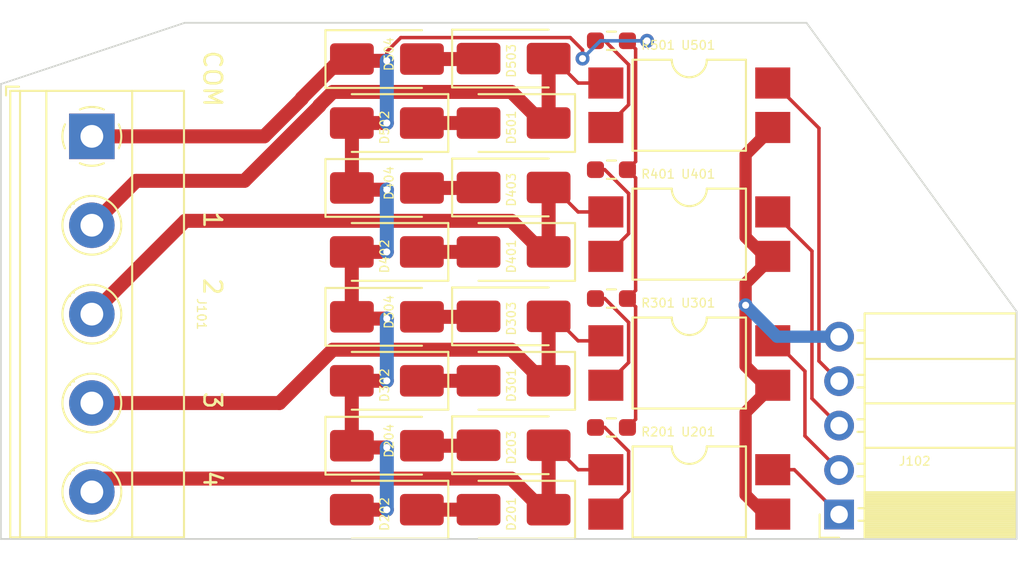
<source format=kicad_pcb>
(kicad_pcb (version 20221018) (generator pcbnew)
  (layers (0 "F.Cu" signal) (31 "B.Cu" signal) (34 "B.Paste" user) (35 "F.Paste" user) (36 "B.SilkS" user "B.Silkscreen") (37 "F.SilkS" user "F.Silkscreen") (38 "B.Mask" user) (39 "F.Mask" user) (44 "Edge.Cuts" user))
  (net 0 "")
  (net 1 "/CS1/CS")
  (net 2 "Net-(D201-A)")
  (net 3 "COM")
  (net 4 "Net-(D203-K)")
  (net 5 "/CS2/CS")
  (net 6 "Net-(D301-A)")
  (net 7 "Net-(D303-K)")
  (net 8 "/CS3/CS")
  (net 9 "Net-(D401-A)")
  (net 10 "Net-(D403-K)")
  (net 11 "/CS4/CS")
  (net 12 "Net-(D501-A)")
  (net 13 "Net-(D503-K)")
  (net 14 "GND")
  (net 15 "/CS4/TTL")
  (net 16 "/CS3/TTL")
  (net 17 "/CS2/TTL")
  (net 18 "/CS1/TTL")
  (net 19 "Net-(R201-Pad1)")
  (net 20 "Net-(R301-Pad1)")
  (net 21 "Net-(R401-Pad1)")
  (net 22 "Net-(R501-Pad1)")
  (footprint "Diode_SMD:D_SMA" (layer "F.Cu") (at 169.037 139.827 180)
    (fp_text reference "D202" (at 0.127 -0.254 90 unlocked) (layer "F.SilkS") (effects (font (size 0.5 0.5) (thickness 0.075))))
    (fp_text value "SS53")
    (fp_line (start -3.51 -1.65) (end -3.51 1.65) (stroke (width 0.12)) (layer "F.SilkS"))
    (fp_line (start -3.51 -1.65) (end 2 -1.65) (stroke (width 0.12)) (layer "F.SilkS"))
    (fp_line (start -3.51 1.65) (end 2 1.65) (stroke (width 0.12)) (layer "F.SilkS"))
    (pad "1" smd roundrect (at -2 0 180) (size 2.5 1.8) (layers "F.Cu" "F.Paste" "F.Mask") (roundrect_rratio 0.1388888889) (net 2 "Net-(D201-A)"))
    (pad "2" smd roundrect (at 2 0 180) (size 2.5 1.8) (layers "F.Cu" "F.Paste" "F.Mask") (roundrect_rratio 0.1388888889) (net 3 "COM"))
  )
  (footprint "Diode_SMD:D_SMA" (layer "F.Cu") (at 169.044 121.439)
    (fp_text reference "D404" (at 0.12 -0.281 90 unlocked) (layer "F.SilkS") (effects (font (size 0.5 0.5) (thickness 0.075))))
    (fp_text value "SS53")
    (fp_line (start -3.51 -1.65) (end -3.51 1.65) (stroke (width 0.12)) (layer "F.SilkS"))
    (fp_line (start -3.51 -1.65) (end 2 -1.65) (stroke (width 0.12)) (layer "F.SilkS"))
    (fp_line (start -3.51 1.65) (end 2 1.65) (stroke (width 0.12)) (layer "F.SilkS"))
    (pad "1" smd roundrect (at -2 0) (size 2.5 1.8) (layers "F.Cu" "F.Paste" "F.Mask") (roundrect_rratio 0.1388888889) (net 3 "COM"))
    (pad "2" smd roundrect (at 2 0) (size 2.5 1.8) (layers "F.Cu" "F.Paste" "F.Mask") (roundrect_rratio 0.1388888889) (net 10 "Net-(D403-K)"))
  )
  (footprint "custom_kicad_lib_sk:R_0603_smalltext" (layer "F.Cu") (at 181.864 135.128)
    (fp_text reference "R201" (at 2.667 0.254 unlocked) (layer "F.SilkS") (effects (font (size 0.5 0.5) (thickness 0.075))))
    (fp_text value "47R")
    (fp_line (start -0.254724 -0.5225) (end 0.254724 -0.5225) (stroke (width 0.12)) (layer "F.SilkS"))
    (fp_line (start -0.254724 0.5225) (end 0.254724 0.5225) (stroke (width 0.12)) (layer "F.SilkS"))
    (pad "1" smd roundrect (at -0.9125 0) (size 0.975 0.95) (layers "F.Cu" "F.Paste" "F.Mask") (net 19 "Net-(R201-Pad1)"))
    (pad "2" smd roundrect (at 0.9125 0) (size 0.975 0.95) (layers "F.Cu" "F.Paste" "F.Mask") (net 3 "COM"))
  )
  (footprint "Diode_SMD:D_SMA" (layer "F.Cu") (at 169.037 132.461 180)
    (fp_text reference "D302" (at 0.127 -0.254 90 unlocked) (layer "F.SilkS") (effects (font (size 0.5 0.5) (thickness 0.075))))
    (fp_text value "SS53")
    (fp_line (start -3.51 -1.65) (end -3.51 1.65) (stroke (width 0.12)) (layer "F.SilkS"))
    (fp_line (start -3.51 -1.65) (end 2 -1.65) (stroke (width 0.12)) (layer "F.SilkS"))
    (fp_line (start -3.51 1.65) (end 2 1.65) (stroke (width 0.12)) (layer "F.SilkS"))
    (pad "1" smd roundrect (at -2 0 180) (size 2.5 1.8) (layers "F.Cu" "F.Paste" "F.Mask") (roundrect_rratio 0.1388888889) (net 6 "Net-(D301-A)"))
    (pad "2" smd roundrect (at 2 0 180) (size 2.5 1.8) (layers "F.Cu" "F.Paste" "F.Mask") (roundrect_rratio 0.1388888889) (net 3 "COM"))
  )
  (footprint "custom_kicad_lib_sk:R_0603_smalltext" (layer "F.Cu") (at 181.864 127.762)
    (fp_text reference "R301" (at 2.667 0.254 unlocked) (layer "F.SilkS") (effects (font (size 0.5 0.5) (thickness 0.075))))
    (fp_text value "47R")
    (fp_line (start -0.254724 -0.5225) (end 0.254724 -0.5225) (stroke (width 0.12)) (layer "F.SilkS"))
    (fp_line (start -0.254724 0.5225) (end 0.254724 0.5225) (stroke (width 0.12)) (layer "F.SilkS"))
    (pad "1" smd roundrect (at -0.9125 0) (size 0.975 0.95) (layers "F.Cu" "F.Paste" "F.Mask") (net 20 "Net-(R301-Pad1)"))
    (pad "2" smd roundrect (at 0.9125 0) (size 0.975 0.95) (layers "F.Cu" "F.Paste" "F.Mask") (net 3 "COM"))
  )
  (footprint "Package_DIP:SMDIP-4_W9.53mm" (layer "F.Cu") (at 186.309 138.811)
    (fp_text reference "U201" (at 0.508 -3.429 unlocked) (layer "F.SilkS") (effects (font (size 0.5 0.5) (thickness 0.075))))
    (fp_text value "EL814")
    (fp_line (start -3.235 -2.6) (end -3.235 2.6) (stroke (width 0.12)) (layer "F.SilkS"))
    (fp_line (start -3.235 2.6) (end 3.235 2.6) (stroke (width 0.12)) (layer "F.SilkS"))
    (fp_line (start -1 -2.6) (end -3.235 -2.6) (stroke (width 0.12)) (layer "F.SilkS"))
    (fp_line (start 3.235 -2.6) (end 1 -2.6) (stroke (width 0.12)) (layer "F.SilkS"))
    (fp_line (start 3.235 2.6) (end 3.235 -2.6) (stroke (width 0.12)) (layer "F.SilkS"))
    (fp_arc (start 1 -2.6) (mid 0 -1.6) (end -1 -2.6) (stroke (width 0.12)) (layer "F.SilkS"))
    (pad "1" smd rect (at -4.765 -1.27) (size 2 1.78) (layers "F.Cu" "F.Paste" "F.Mask") (net 1 "/CS1/CS"))
    (pad "2" smd rect (at -4.765 1.27) (size 2 1.78) (layers "F.Cu" "F.Paste" "F.Mask") (net 19 "Net-(R201-Pad1)"))
    (pad "3" smd rect (at 4.765 1.27) (size 2 1.78) (layers "F.Cu" "F.Paste" "F.Mask") (net 14 "GND"))
    (pad "4" smd rect (at 4.765 -1.27) (size 2 1.78) (layers "F.Cu" "F.Paste" "F.Mask") (net 18 "/CS1/TTL"))
  )
  (footprint "Package_DIP:SMDIP-4_W9.53mm" (layer "F.Cu") (at 186.309 116.713)
    (fp_text reference "U501" (at 0.508 -3.429 unlocked) (layer "F.SilkS") (effects (font (size 0.5 0.5) (thickness 0.075))))
    (fp_text value "EL814")
    (fp_line (start -3.235 -2.6) (end -3.235 2.6) (stroke (width 0.12)) (layer "F.SilkS"))
    (fp_line (start -3.235 2.6) (end 3.235 2.6) (stroke (width 0.12)) (layer "F.SilkS"))
    (fp_line (start -1 -2.6) (end -3.235 -2.6) (stroke (width 0.12)) (layer "F.SilkS"))
    (fp_line (start 3.235 -2.6) (end 1 -2.6) (stroke (width 0.12)) (layer "F.SilkS"))
    (fp_line (start 3.235 2.6) (end 3.235 -2.6) (stroke (width 0.12)) (layer "F.SilkS"))
    (fp_arc (start 1 -2.6) (mid 0 -1.6) (end -1 -2.6) (stroke (width 0.12)) (layer "F.SilkS"))
    (pad "1" smd rect (at -4.765 -1.27) (size 2 1.78) (layers "F.Cu" "F.Paste" "F.Mask") (net 11 "/CS4/CS"))
    (pad "2" smd rect (at -4.765 1.27) (size 2 1.78) (layers "F.Cu" "F.Paste" "F.Mask") (net 22 "Net-(R501-Pad1)"))
    (pad "3" smd rect (at 4.765 1.27) (size 2 1.78) (layers "F.Cu" "F.Paste" "F.Mask") (net 14 "GND"))
    (pad "4" smd rect (at 4.765 -1.27) (size 2 1.78) (layers "F.Cu" "F.Paste" "F.Mask") (net 15 "/CS4/TTL"))
  )
  (footprint "MountingHole:MountingHole_3.2mm_M3" (layer "F.Cu") (at 161.5 129)
    (fp_text reference "REF**" hide)
    (fp_text value "MountingHole_3.2mm_M3")
    (pad "" np_thru_hole circle (at 0 0) (size 3.2 3.2) (drill 3.2) (layers "*.Cu" "*.Mask"))
  )
  (footprint "Diode_SMD:D_SMA" (layer "F.Cu") (at 176.276 139.827 180)
    (fp_text reference "D201" (at 0.127 -0.254 90 unlocked) (layer "F.SilkS") (effects (font (size 0.5 0.5) (thickness 0.075))))
    (fp_text value "SS53")
    (fp_line (start -3.51 -1.65) (end -3.51 1.65) (stroke (width 0.12)) (layer "F.SilkS"))
    (fp_line (start -3.51 -1.65) (end 2 -1.65) (stroke (width 0.12)) (layer "F.SilkS"))
    (fp_line (start -3.51 1.65) (end 2 1.65) (stroke (width 0.12)) (layer "F.SilkS"))
    (pad "1" smd roundrect (at -2 0 180) (size 2.5 1.8) (layers "F.Cu" "F.Paste" "F.Mask") (roundrect_rratio 0.1388888889) (net 1 "/CS1/CS"))
    (pad "2" smd roundrect (at 2 0 180) (size 2.5 1.8) (layers "F.Cu" "F.Paste" "F.Mask") (roundrect_rratio 0.1388888889) (net 2 "Net-(D201-A)"))
  )
  (footprint "Diode_SMD:D_SMA" (layer "F.Cu") (at 176.276 114.046)
    (fp_text reference "D503" (at -0.127 0.127 90 unlocked) (layer "F.SilkS") (effects (font (size 0.5 0.5) (thickness 0.075))))
    (fp_text value "SS53")
    (fp_line (start -3.51 -1.65) (end -3.51 1.65) (stroke (width 0.12)) (layer "F.SilkS"))
    (fp_line (start -3.51 -1.65) (end 2 -1.65) (stroke (width 0.12)) (layer "F.SilkS"))
    (fp_line (start -3.51 1.65) (end 2 1.65) (stroke (width 0.12)) (layer "F.SilkS"))
    (pad "1" smd roundrect (at -2 0) (size 2.5 1.8) (layers "F.Cu" "F.Paste" "F.Mask") (roundrect_rratio 0.1388888889) (net 13 "Net-(D503-K)"))
    (pad "2" smd roundrect (at 2 0) (size 2.5 1.8) (layers "F.Cu" "F.Paste" "F.Mask") (roundrect_rratio 0.1388888889) (net 11 "/CS4/CS"))
  )
  (footprint "Diode_SMD:D_SMA" (layer "F.Cu") (at 169.037 125.095 180)
    (fp_text reference "D402" (at 0.127 -0.254 90 unlocked) (layer "F.SilkS") (effects (font (size 0.5 0.5) (thickness 0.075))))
    (fp_text value "SS53")
    (fp_line (start -3.51 -1.65) (end -3.51 1.65) (stroke (width 0.12)) (layer "F.SilkS"))
    (fp_line (start -3.51 -1.65) (end 2 -1.65) (stroke (width 0.12)) (layer "F.SilkS"))
    (fp_line (start -3.51 1.65) (end 2 1.65) (stroke (width 0.12)) (layer "F.SilkS"))
    (pad "1" smd roundrect (at -2 0 180) (size 2.5 1.8) (layers "F.Cu" "F.Paste" "F.Mask") (roundrect_rratio 0.1388888889) (net 9 "Net-(D401-A)"))
    (pad "2" smd roundrect (at 2 0 180) (size 2.5 1.8) (layers "F.Cu" "F.Paste" "F.Mask") (roundrect_rratio 0.1388888889) (net 3 "COM"))
  )
  (footprint "custom_kicad_lib_sk:R_0603_smalltext" (layer "F.Cu") (at 181.864 120.396)
    (fp_text reference "R401" (at 2.667 0.254 unlocked) (layer "F.SilkS") (effects (font (size 0.5 0.5) (thickness 0.075))))
    (fp_text value "47R")
    (fp_line (start -0.254724 -0.5225) (end 0.254724 -0.5225) (stroke (width 0.12)) (layer "F.SilkS"))
    (fp_line (start -0.254724 0.5225) (end 0.254724 0.5225) (stroke (width 0.12)) (layer "F.SilkS"))
    (pad "1" smd roundrect (at -0.9125 0) (size 0.975 0.95) (layers "F.Cu" "F.Paste" "F.Mask") (net 21 "Net-(R401-Pad1)"))
    (pad "2" smd roundrect (at 0.9125 0) (size 0.975 0.95) (layers "F.Cu" "F.Paste" "F.Mask") (net 3 "COM"))
  )
  (footprint "TerminalBlock_Phoenix:TerminalBlock_Phoenix_MKDS-1,5-5-5.08_1x05_P5.08mm_Horizontal" (layer "F.Cu") (at 152.195 118.491 -90)
    (fp_text reference "J101" (at 10.16 -6.26 -90 unlocked) (layer "F.SilkS") (effects (font (size 0.5 0.5) (thickness 0.075))))
    (fp_text value "Screw_Terminal_01x05")
    (fp_line (start -2.84 4.16) (end -2.84 4.9) (stroke (width 0.12)) (layer "F.SilkS"))
    (fp_line (start -2.84 4.9) (end -2.34 4.9) (stroke (width 0.12)) (layer "F.SilkS"))
    (fp_line (start -2.6 -5.261) (end -2.6 4.66) (stroke (width 0.12)) (layer "F.SilkS"))
    (fp_line (start -2.6 -5.261) (end 22.92 -5.261) (stroke (width 0.12)) (layer "F.SilkS"))
    (fp_line (start -2.6 -2.301) (end 22.92 -2.301) (stroke (width 0.12)) (layer "F.SilkS"))
    (fp_line (start -2.6 2.6) (end 22.92 2.6) (stroke (width 0.12)) (layer "F.SilkS"))
    (fp_line (start -2.6 4.1) (end 22.92 4.1) (stroke (width 0.12)) (layer "F.SilkS"))
    (fp_line (start -2.6 4.66) (end 22.92 4.66) (stroke (width 0.12)) (layer "F.SilkS"))
    (fp_line (start 3.853 1.023) (end 3.806 1.069) (stroke (width 0.12)) (layer "F.SilkS"))
    (fp_line (start 4.046 1.239) (end 4.011 1.274) (stroke (width 0.12)) (layer "F.SilkS"))
    (fp_line (start 6.15 -1.275) (end 6.115 -1.239) (stroke (width 0.12)) (layer "F.SilkS"))
    (fp_line (start 6.355 -1.069) (end 6.308 -1.023) (stroke (width 0.12)) (layer "F.SilkS"))
    (fp_line (start 8.933 1.023) (end 8.886 1.069) (stroke (width 0.12)) (layer "F.SilkS"))
    (fp_line (start 9.126 1.239) (end 9.091 1.274) (stroke (width 0.12)) (layer "F.SilkS"))
    (fp_line (start 11.23 -1.275) (end 11.195 -1.239) (stroke (width 0.12)) (layer "F.SilkS"))
    (fp_line (start 11.435 -1.069) (end 11.388 -1.023) (stroke (width 0.12)) (layer "F.SilkS"))
    (fp_line (start 14.013 1.023) (end 13.966 1.069) (stroke (width 0.12)) (layer "F.SilkS"))
    (fp_line (start 14.206 1.239) (end 14.171 1.274) (stroke (width 0.12)) (layer "F.SilkS"))
    (fp_line (start 16.31 -1.275) (end 16.275 -1.239) (stroke (width 0.12)) (layer "F.SilkS"))
    (fp_line (start 16.515 -1.069) (end 16.468 -1.023) (stroke (width 0.12)) (layer "F.SilkS"))
    (fp_line (start 19.093 1.023) (end 19.046 1.069) (stroke (width 0.12)) (layer "F.SilkS"))
    (fp_line (start 19.286 1.239) (end 19.251 1.274) (stroke (width 0.12)) (layer "F.SilkS"))
    (fp_line (start 21.39 -1.275) (end 21.355 -1.239) (stroke (width 0.12)) (layer "F.SilkS"))
    (fp_line (start 21.595 -1.069) (end 21.548 -1.023) (stroke (width 0.12)) (layer "F.SilkS"))
    (fp_line (start 22.92 -5.261) (end 22.92 4.66) (stroke (width 0.12)) (layer "F.SilkS"))
    (fp_arc (start -1.535427 0.683042) (mid -1.680501 -0.000524) (end -1.535 -0.684) (stroke (width 0.12)) (layer "F.SilkS"))
    (fp_arc (start -0.683042 -1.535427) (mid 0.000524 -1.680501) (end 0.684 -1.535) (stroke (width 0.12)) (layer "F.SilkS"))
    (fp_arc (start 0.028805 1.680253) (mid -0.335551 1.646659) (end -0.684 1.535) (stroke (width 0.12)) (layer "F.SilkS"))
    (fp_arc (start 0.683318 1.534756) (mid 0.349292 1.643288) (end 0 1.68) (stroke (width 0.12)) (layer "F.SilkS"))
    (fp_arc (start 1.535427 -0.683042) (mid 1.680501 0.000524) (end 1.535 0.684) (stroke (width 0.12)) (layer "F.SilkS"))
    (fp_circle (center 5.08 0) (end 6.76 0) (stroke (width 0.12)) (fill none) (layer "F.SilkS"))
    (fp_circle (center 10.16 0) (end 11.84 0) (stroke (width 0.12)) (fill none) (layer "F.SilkS"))
    (fp_circle (center 15.24 0) (end 16.92 0) (stroke (width 0.12)) (fill none) (layer "F.SilkS"))
    (fp_circle (center 20.32 0) (end 22 0) (stroke (width 0.12)) (fill none) (layer "F.SilkS"))
    (pad "1" thru_hole rect (at 0 0 270) (size 2.6 2.6) (drill 1.3) (layers "*.Cu" "*.Mask") (net 3 "COM"))
    (pad "2" thru_hole circle (at 5.08 0 270) (size 2.6 2.6) (drill 1.3) (layers "*.Cu" "*.Mask") (net 11 "/CS4/CS"))
    (pad "3" thru_hole circle (at 10.16 0 270) (size 2.6 2.6) (drill 1.3) (layers "*.Cu" "*.Mask") (net 8 "/CS3/CS"))
    (pad "4" thru_hole circle (at 15.24 0 270) (size 2.6 2.6) (drill 1.3) (layers "*.Cu" "*.Mask") (net 5 "/CS2/CS"))
    (pad "5" thru_hole circle (at 20.32 0 270) (size 2.6 2.6) (drill 1.3) (layers "*.Cu" "*.Mask") (net 1 "/CS1/CS"))
  )
  (footprint "Diode_SMD:D_SMA" (layer "F.Cu") (at 176.276 125.095 180)
    (fp_text reference "D401" (at 0.127 -0.254 90 unlocked) (layer "F.SilkS") (effects (font (size 0.5 0.5) (thickness 0.075))))
    (fp_text value "SS53")
    (fp_line (start -3.51 -1.65) (end -3.51 1.65) (stroke (width 0.12)) (layer "F.SilkS"))
    (fp_line (start -3.51 -1.65) (end 2 -1.65) (stroke (width 0.12)) (layer "F.SilkS"))
    (fp_line (start -3.51 1.65) (end 2 1.65) (stroke (width 0.12)) (layer "F.SilkS"))
    (pad "1" smd roundrect (at -2 0 180) (size 2.5 1.8) (layers "F.Cu" "F.Paste" "F.Mask") (roundrect_rratio 0.1388888889) (net 8 "/CS3/CS"))
    (pad "2" smd roundrect (at 2 0 180) (size 2.5 1.8) (layers "F.Cu" "F.Paste" "F.Mask") (roundrect_rratio 0.1388888889) (net 9 "Net-(D401-A)"))
  )
  (footprint "Diode_SMD:D_SMA" (layer "F.Cu") (at 169.044 114.073)
    (fp_text reference "D504" (at 0.12 -0.281 90 unlocked) (layer "F.SilkS") (effects (font (size 0.5 0.5) (thickness 0.075))))
    (fp_text value "SS53")
    (fp_line (start -3.51 -1.65) (end -3.51 1.65) (stroke (width 0.12)) (layer "F.SilkS"))
    (fp_line (start -3.51 -1.65) (end 2 -1.65) (stroke (width 0.12)) (layer "F.SilkS"))
    (fp_line (start -3.51 1.65) (end 2 1.65) (stroke (width 0.12)) (layer "F.SilkS"))
    (pad "1" smd roundrect (at -2 0) (size 2.5 1.8) (layers "F.Cu" "F.Paste" "F.Mask") (roundrect_rratio 0.1388888889) (net 3 "COM"))
    (pad "2" smd roundrect (at 2 0) (size 2.5 1.8) (layers "F.Cu" "F.Paste" "F.Mask") (roundrect_rratio 0.1388888889) (net 13 "Net-(D503-K)"))
  )
  (footprint "Diode_SMD:D_SMA" (layer "F.Cu") (at 169.044 128.805)
    (fp_text reference "D304" (at 0.12 -0.281 90 unlocked) (layer "F.SilkS") (effects (font (size 0.5 0.5) (thickness 0.075))))
    (fp_text value "SS53")
    (fp_line (start -3.51 -1.65) (end -3.51 1.65) (stroke (width 0.12)) (layer "F.SilkS"))
    (fp_line (start -3.51 -1.65) (end 2 -1.65) (stroke (width 0.12)) (layer "F.SilkS"))
    (fp_line (start -3.51 1.65) (end 2 1.65) (stroke (width 0.12)) (layer "F.SilkS"))
    (pad "1" smd roundrect (at -2 0) (size 2.5 1.8) (layers "F.Cu" "F.Paste" "F.Mask") (roundrect_rratio 0.1388888889) (net 3 "COM"))
    (pad "2" smd roundrect (at 2 0) (size 2.5 1.8) (layers "F.Cu" "F.Paste" "F.Mask") (roundrect_rratio 0.1388888889) (net 7 "Net-(D303-K)"))
  )
  (footprint "Diode_SMD:D_SMA" (layer "F.Cu") (at 176.276 136.144)
    (fp_text reference "D203" (at -0.127 0.127 90 unlocked) (layer "F.SilkS") (effects (font (size 0.5 0.5) (thickness 0.075))))
    (fp_text value "SS53")
    (fp_line (start -3.51 -1.65) (end -3.51 1.65) (stroke (width 0.12)) (layer "F.SilkS"))
    (fp_line (start -3.51 -1.65) (end 2 -1.65) (stroke (width 0.12)) (layer "F.SilkS"))
    (fp_line (start -3.51 1.65) (end 2 1.65) (stroke (width 0.12)) (layer "F.SilkS"))
    (pad "1" smd roundrect (at -2 0) (size 2.5 1.8) (layers "F.Cu" "F.Paste" "F.Mask") (roundrect_rratio 0.1388888889) (net 4 "Net-(D203-K)"))
    (pad "2" smd roundrect (at 2 0) (size 2.5 1.8) (layers "F.Cu" "F.Paste" "F.Mask") (roundrect_rratio 0.1388888889) (net 1 "/CS1/CS"))
  )
  (footprint "Package_DIP:SMDIP-4_W9.53mm" (layer "F.Cu") (at 186.309 131.445)
    (fp_text reference "U301" (at 0.508 -3.429 unlocked) (layer "F.SilkS") (effects (font (size 0.5 0.5) (thickness 0.075))))
    (fp_text value "EL814")
    (fp_line (start -3.235 -2.6) (end -3.235 2.6) (stroke (width 0.12)) (layer "F.SilkS"))
    (fp_line (start -3.235 2.6) (end 3.235 2.6) (stroke (width 0.12)) (layer "F.SilkS"))
    (fp_line (start -1 -2.6) (end -3.235 -2.6) (stroke (width 0.12)) (layer "F.SilkS"))
    (fp_line (start 3.235 -2.6) (end 1 -2.6) (stroke (width 0.12)) (layer "F.SilkS"))
    (fp_line (start 3.235 2.6) (end 3.235 -2.6) (stroke (width 0.12)) (layer "F.SilkS"))
    (fp_arc (start 1 -2.6) (mid 0 -1.6) (end -1 -2.6) (stroke (width 0.12)) (layer "F.SilkS"))
    (pad "1" smd rect (at -4.765 -1.27) (size 2 1.78) (layers "F.Cu" "F.Paste" "F.Mask") (net 5 "/CS2/CS"))
    (pad "2" smd rect (at -4.765 1.27) (size 2 1.78) (layers "F.Cu" "F.Paste" "F.Mask") (net 20 "Net-(R301-Pad1)"))
    (pad "3" smd rect (at 4.765 1.27) (size 2 1.78) (layers "F.Cu" "F.Paste" "F.Mask") (net 14 "GND"))
    (pad "4" smd rect (at 4.765 -1.27) (size 2 1.78) (layers "F.Cu" "F.Paste" "F.Mask") (net 17 "/CS2/TTL"))
  )
  (footprint "Diode_SMD:D_SMA" (layer "F.Cu") (at 169.044 136.171)
    (fp_text reference "D204" (at 0.12 -0.281 90 unlocked) (layer "F.SilkS") (effects (font (size 0.5 0.5) (thickness 0.075))))
    (fp_text value "SS53")
    (fp_line (start -3.51 -1.65) (end -3.51 1.65) (stroke (width 0.12)) (layer "F.SilkS"))
    (fp_line (start -3.51 -1.65) (end 2 -1.65) (stroke (width 0.12)) (layer "F.SilkS"))
    (fp_line (start -3.51 1.65) (end 2 1.65) (stroke (width 0.12)) (layer "F.SilkS"))
    (pad "1" smd roundrect (at -2 0) (size 2.5 1.8) (layers "F.Cu" "F.Paste" "F.Mask") (roundrect_rratio 0.1388888889) (net 3 "COM"))
    (pad "2" smd roundrect (at 2 0) (size 2.5 1.8) (layers "F.Cu" "F.Paste" "F.Mask") (roundrect_rratio 0.1388888889) (net 4 "Net-(D203-K)"))
  )
  (footprint "Connector_PinSocket_2.54mm:PinSocket_1x05_P2.54mm_Horizontal" (layer "F.Cu") (at 194.863 140.101 180)
    (fp_text reference "J102" (at -4.318 3.048 unlocked) (layer "F.SilkS") (effects (font (size 0.5 0.5) (thickness 0.075))))
    (fp_text value "Conn_01x05_Socket")
    (fp_line (start -10.09 -1.33) (end -10.09 11.49) (stroke (width 0.12)) (layer "F.SilkS"))
    (fp_line (start -10.09 -1.33) (end -1.46 -1.33) (stroke (width 0.12)) (layer "F.SilkS"))
    (fp_line (start -10.09 -1.21) (end -1.46 -1.21) (stroke (width 0.12)) (layer "F.SilkS"))
    (fp_line (start -10.09 -1.091905) (end -1.46 -1.091905) (stroke (width 0.12)) (layer "F.SilkS"))
    (fp_line (start -10.09 -0.97381) (end -1.46 -0.97381) (stroke (width 0.12)) (layer "F.SilkS"))
    (fp_line (start -10.09 -0.855715) (end -1.46 -0.855715) (stroke (width 0.12)) (layer "F.SilkS"))
    (fp_line (start -10.09 -0.73762) (end -1.46 -0.73762) (stroke (width 0.12)) (layer "F.SilkS"))
    (fp_line (start -10.09 -0.619525) (end -1.46 -0.619525) (stroke (width 0.12)) (layer "F.SilkS"))
    (fp_line (start -10.09 -0.50143) (end -1.46 -0.50143) (stroke (width 0.12)) (layer "F.SilkS"))
    (fp_line (start -10.09 -0.383335) (end -1.46 -0.383335) (stroke (width 0.12)) (layer "F.SilkS"))
    (fp_line (start -10.09 -0.26524) (end -1.46 -0.26524) (stroke (width 0.12)) (layer "F.SilkS"))
    (fp_line (start -10.09 -0.147145) (end -1.46 -0.147145) (stroke (width 0.12)) (layer "F.SilkS"))
    (fp_line (start -10.09 -0.02905) (end -1.46 -0.02905) (stroke (width 0.12)) (layer "F.SilkS"))
    (fp_line (start -10.09 0.089045) (end -1.46 0.089045) (stroke (width 0.12)) (layer "F.SilkS"))
    (fp_line (start -10.09 0.20714) (end -1.46 0.20714) (stroke (width 0.12)) (layer "F.SilkS"))
    (fp_line (start -10.09 0.325235) (end -1.46 0.325235) (stroke (width 0.12)) (layer "F.SilkS"))
    (fp_line (start -10.09 0.44333) (end -1.46 0.44333) (stroke (width 0.12)) (layer "F.SilkS"))
    (fp_line (start -10.09 0.561425) (end -1.46 0.561425) (stroke (width 0.12)) (layer "F.SilkS"))
    (fp_line (start -10.09 0.67952) (end -1.46 0.67952) (stroke (width 0.12)) (layer "F.SilkS"))
    (fp_line (start -10.09 0.797615) (end -1.46 0.797615) (stroke (width 0.12)) (layer "F.SilkS"))
    (fp_line (start -10.09 0.91571) (end -1.46 0.91571) (stroke (width 0.12)) (layer "F.SilkS"))
    (fp_line (start -10.09 1.033805) (end -1.46 1.033805) (stroke (width 0.12)) (layer "F.SilkS"))
    (fp_line (start -10.09 1.1519) (end -1.46 1.1519) (stroke (width 0.12)) (layer "F.SilkS"))
    (fp_line (start -10.09 1.27) (end -1.46 1.27) (stroke (width 0.12)) (layer "F.SilkS"))
    (fp_line (start -10.09 3.81) (end -1.46 3.81) (stroke (width 0.12)) (layer "F.SilkS"))
    (fp_line (start -10.09 6.35) (end -1.46 6.35) (stroke (width 0.12)) (layer "F.SilkS"))
    (fp_line (start -10.09 8.89) (end -1.46 8.89) (stroke (width 0.12)) (layer "F.SilkS"))
    (fp_line (start -10.09 11.49) (end -1.46 11.49) (stroke (width 0.12)) (layer "F.SilkS"))
    (fp_line (start -1.46 -1.33) (end -1.46 11.49) (stroke (width 0.12)) (layer "F.SilkS"))
    (fp_line (start -1.46 -0.36) (end -1.11 -0.36) (stroke (width 0.12)) (layer "F.SilkS"))
    (fp_line (start -1.46 0.36) (end -1.11 0.36) (stroke (width 0.12)) (layer "F.SilkS"))
    (fp_line (start -1.46 2.18) (end -1.05 2.18) (stroke (width 0.12)) (layer "F.SilkS"))
    (fp_line (start -1.46 2.9) (end -1.05 2.9) (stroke (width 0.12)) (layer "F.SilkS"))
    (fp_line (start -1.46 4.72) (end -1.05 4.72) (stroke (width 0.12)) (layer "F.SilkS"))
    (fp_line (start -1.46 5.44) (end -1.05 5.44) (stroke (width 0.12)) (layer "F.SilkS"))
    (fp_line (start -1.46 7.26) (end -1.05 7.26) (stroke (width 0.12)) (layer "F.SilkS"))
    (fp_line (start -1.46 7.98) (end -1.05 7.98) (stroke (width 0.12)) (layer "F.SilkS"))
    (fp_line (start -1.46 9.8) (end -1.05 9.8) (stroke (width 0.12)) (layer "F.SilkS"))
    (fp_line (start -1.46 10.52) (end -1.05 10.52) (stroke (width 0.12)) (layer "F.SilkS"))
    (fp_line (start 0 -1.33) (end 1.11 -1.33) (stroke (width 0.12)) (layer "F.SilkS"))
    (fp_line (start 1.11 -1.33) (end 1.11 0) (stroke (width 0.12)) (layer "F.SilkS"))
    (pad "1" thru_hole rect (at 0 0 180) (size 1.7 1.7) (drill 1) (layers "*.Cu" "*.Mask") (net 18 "/CS1/TTL"))
    (pad "2" thru_hole oval (at 0 2.54 180) (size 1.7 1.7) (drill 1) (layers "*.Cu" "*.Mask") (net 17 "/CS2/TTL"))
    (pad "3" thru_hole oval (at 0 5.08 180) (size 1.7 1.7) (drill 1) (layers "*.Cu" "*.Mask") (net 16 "/CS3/TTL"))
    (pad "4" thru_hole oval (at 0 7.62 180) (size 1.7 1.7) (drill 1) (layers "*.Cu" "*.Mask") (net 15 "/CS4/TTL"))
    (pad "5" thru_hole oval (at 0 10.16 180) (size 1.7 1.7) (drill 1) (layers "*.Cu" "*.Mask") (net 14 "GND"))
  )
  (footprint "Package_DIP:SMDIP-4_W9.53mm" (layer "F.Cu") (at 186.309 124.079)
    (fp_text reference "U401" (at 0.508 -3.429 unlocked) (layer "F.SilkS") (effects (font (size 0.5 0.5) (thickness 0.075))))
    (fp_text value "EL814")
    (fp_line (start -3.235 -2.6) (end -3.235 2.6) (stroke (width 0.12)) (layer "F.SilkS"))
    (fp_line (start -3.235 2.6) (end 3.235 2.6) (stroke (width 0.12)) (layer "F.SilkS"))
    (fp_line (start -1 -2.6) (end -3.235 -2.6) (stroke (width 0.12)) (layer "F.SilkS"))
    (fp_line (start 3.235 -2.6) (end 1 -2.6) (stroke (width 0.12)) (layer "F.SilkS"))
    (fp_line (start 3.235 2.6) (end 3.235 -2.6) (stroke (width 0.12)) (layer "F.SilkS"))
    (fp_arc (start 1 -2.6) (mid 0 -1.6) (end -1 -2.6) (stroke (width 0.12)) (layer "F.SilkS"))
    (pad "1" smd rect (at -4.765 -1.27) (size 2 1.78) (layers "F.Cu" "F.Paste" "F.Mask") (net 8 "/CS3/CS"))
    (pad "2" smd rect (at -4.765 1.27) (size 2 1.78) (layers "F.Cu" "F.Paste" "F.Mask") (net 21 "Net-(R401-Pad1)"))
    (pad "3" smd rect (at 4.765 1.27) (size 2 1.78) (layers "F.Cu" "F.Paste" "F.Mask") (net 14 "GND"))
    (pad "4" smd rect (at 4.765 -1.27) (size 2 1.78) (layers "F.Cu" "F.Paste" "F.Mask") (net 16 "/CS3/TTL"))
  )
  (footprint "Diode_SMD:D_SMA" (layer "F.Cu") (at 176.276 121.412)
    (fp_text reference "D403" (at -0.127 0.127 90 unlocked) (layer "F.SilkS") (effects (font (size 0.5 0.5) (thickness 0.075))))
    (fp_text value "SS53")
    (fp_line (start -3.51 -1.65) (end -3.51 1.65) (stroke (width 0.12)) (layer "F.SilkS"))
    (fp_line (start -3.51 -1.65) (end 2 -1.65) (stroke (width 0.12)) (layer "F.SilkS"))
    (fp_line (start -3.51 1.65) (end 2 1.65) (stroke (width 0.12)) (layer "F.SilkS"))
    (pad "1" smd roundrect (at -2 0) (size 2.5 1.8) (layers "F.Cu" "F.Paste" "F.Mask") (roundrect_rratio 0.1388888889) (net 10 "Net-(D403-K)"))
    (pad "2" smd roundrect (at 2 0) (size 2.5 1.8) (layers "F.Cu" "F.Paste" "F.Mask") (roundrect_rratio 0.1388888889) (net 8 "/CS3/CS"))
  )
  (footprint "Diode_SMD:D_SMA" (layer "F.Cu") (at 169.037 117.729 180)
    (fp_text reference "D502" (at 0.127 -0.254 90 unlocked) (layer "F.SilkS") (effects (font (size 0.5 0.5) (thickness 0.075))))
    (fp_text value "SS53")
    (fp_line (start -3.51 -1.65) (end -3.51 1.65) (stroke (width 0.12)) (layer "F.SilkS"))
    (fp_line (start -3.51 -1.65) (end 2 -1.65) (stroke (width 0.12)) (layer "F.SilkS"))
    (fp_line (start -3.51 1.65) (end 2 1.65) (stroke (width 0.12)) (layer "F.SilkS"))
    (pad "1" smd roundrect (at -2 0 180) (size 2.5 1.8) (layers "F.Cu" "F.Paste" "F.Mask") (roundrect_rratio 0.1388888889) (net 12 "Net-(D501-A)"))
    (pad "2" smd roundrect (at 2 0 180) (size 2.5 1.8) (layers "F.Cu" "F.Paste" "F.Mask") (roundrect_rratio 0.1388888889) (net 3 "COM"))
  )
  (footprint "Diode_SMD:D_SMA" (layer "F.Cu") (at 176.276 128.778)
    (fp_text reference "D303" (at -0.127 0.127 90 unlocked) (layer "F.SilkS") (effects (font (size 0.5 0.5) (thickness 0.075))))
    (fp_text value "SS53")
    (fp_line (start -3.51 -1.65) (end -3.51 1.65) (stroke (width 0.12)) (layer "F.SilkS"))
    (fp_line (start -3.51 -1.65) (end 2 -1.65) (stroke (width 0.12)) (layer "F.SilkS"))
    (fp_line (start -3.51 1.65) (end 2 1.65) (stroke (width 0.12)) (layer "F.SilkS"))
    (pad "1" smd roundrect (at -2 0) (size 2.5 1.8) (layers "F.Cu" "F.Paste" "F.Mask") (roundrect_rratio 0.1388888889) (net 7 "Net-(D303-K)"))
    (pad "2" smd roundrect (at 2 0) (size 2.5 1.8) (layers "F.Cu" "F.Paste" "F.Mask") (roundrect_rratio 0.1388888889) (net 5 "/CS2/CS"))
  )
  (footprint "Diode_SMD:D_SMA" (layer "F.Cu") (at 176.276 117.729 180)
    (fp_text reference "D501" (at 0.127 -0.254 90 unlocked) (layer "F.SilkS") (effects (font (size 0.5 0.5) (thickness 0.075))))
    (fp_text value "SS53")
    (fp_line (start -3.51 -1.65) (end -3.51 1.65) (stroke (width 0.12)) (layer "F.SilkS"))
    (fp_line (start -3.51 -1.65) (end 2 -1.65) (stroke (width 0.12)) (layer "F.SilkS"))
    (fp_line (start -3.51 1.65) (end 2 1.65) (stroke (width 0.12)) (layer "F.SilkS"))
    (pad "1" smd roundrect (at -2 0 180) (size 2.5 1.8) (layers "F.Cu" "F.Paste" "F.Mask") (roundrect_rratio 0.1388888889) (net 11 "/CS4/CS"))
    (pad "2" smd roundrect (at 2 0 180) (size 2.5 1.8) (layers "F.Cu" "F.Paste" "F.Mask") (roundrect_rratio 0.1388888889) (net 12 "Net-(D501-A)"))
  )
  (footprint "Diode_SMD:D_SMA" (layer "F.Cu") (at 176.276 132.461 180)
    (fp_text reference "D301" (at 0.127 -0.254 90 unlocked) (layer "F.SilkS") (effects (font (size 0.5 0.5) (thickness 0.075))))
    (fp_text value "SS53")
    (fp_line (start -3.51 -1.65) (end -3.51 1.65) (stroke (width 0.12)) (layer "F.SilkS"))
    (fp_line (start -3.51 -1.65) (end 2 -1.65) (stroke (width 0.12)) (layer "F.SilkS"))
    (fp_line (start -3.51 1.65) (end 2 1.65) (stroke (width 0.12)) (layer "F.SilkS"))
    (pad "1" smd roundrect (at -2 0 180) (size 2.5 1.8) (layers "F.Cu" "F.Paste" "F.Mask") (roundrect_rratio 0.1388888889) (net 5 "/CS2/CS"))
    (pad "2" smd roundrect (at 2 0 180) (size 2.5 1.8) (layers "F.Cu" "F.Paste" "F.Mask") (roundrect_rratio 0.1388888889) (net 6 "Net-(D301-A)"))
  )
  (footprint "custom_kicad_lib_sk:R_0603_smalltext" (layer "F.Cu") (at 181.864 113.03)
    (fp_text reference "R501" (at 2.667 0.254 unlocked) (layer "F.SilkS") (effects (font (size 0.5 0.5) (thickness 0.075))))
    (fp_text value "47R")
    (fp_line (start -0.254724 -0.5225) (end 0.254724 -0.5225) (stroke (width 0.12)) (layer "F.SilkS"))
    (fp_line (start -0.254724 0.5225) (end 0.254724 0.5225) (stroke (width 0.12)) (layer "F.SilkS"))
    (pad "1" smd roundrect (at -0.9125 0) (size 0.975 0.95) (layers "F.Cu" "F.Paste" "F.Mask") (net 22 "Net-(R501-Pad1)"))
    (pad "2" smd roundrect (at 0.9125 0) (size 0.975 0.95) (layers "F.Cu" "F.Paste" "F.Mask") (net 3 "COM"))
  )
  (gr_line (start 205 141.5) (end 147 141.5) (stroke (width 0.1)) (layer "Edge.Cuts"))
  (gr_line (start 157.5 112) (end 147 115.5) (stroke (width 0.1)) (layer "Edge.Cuts"))
  (gr_line (start 147 141.5) (end 147 115.5) (stroke (width 0.1)) (layer "Edge.Cuts"))
  (gr_line (start 205 128.5) (end 205 141.5) (stroke (width 0.1)) (layer "Edge.Cuts"))
  (gr_line (start 193 112) (end 157.5 112) (stroke (width 0.1)) (layer "Edge.Cuts"))
  (gr_line (start 205 128.5) (end 193 112) (stroke (width 0.1)) (layer "Edge.Cuts"))
  (gr_text "1" (at 158.5 122.680792 270) (layer "F.SilkS") (effects (font (size 1 1)) (justify left bottom)))
  (gr_text "COM" (at 158.5 113.5 -90) (layer "F.SilkS") (effects (font (size 1 1)) (justify left bottom)))
  (gr_text "2" (at 158.5 126.5 270) (layer "F.SilkS") (effects (font (size 1 1)) (justify left bottom)))
  (gr_text "3" (at 158.5 133 270) (layer "F.SilkS") (effects (font (size 1 1)) (justify left bottom)))
  (gr_text "4" (at 158.5 137.5 270) (layer "F.SilkS") (effects (font (size 1 1)) (justify left bottom)))
  (segment (start 178.562 136.144) (end 179.959 137.541) (width 0.2) (layer "F.Cu") (net 1))
  (segment (start 179.959 137.541) (end 181.544 137.541) (width 0.2) (layer "F.Cu") (net 1))
  (segment (start 152.957 138.049) (end 152.195 138.811) (width 0.8) (layer "F.Cu") (net 1))
  (segment (start 176.149 138.049) (end 152.957 138.049) (width 0.8) (layer "F.Cu") (net 1))
  (segment (start 178.276 139.827) (end 178.276 136.144) (width 0.8) (layer "F.Cu") (net 1))
  (segment (start 177.927 139.827) (end 176.149 138.049) (width 0.8) (layer "F.Cu") (net 1))
  (segment (start 178.276 136.144) (end 178.562 136.144) (width 0.2) (layer "F.Cu") (net 1))
  (segment (start 178.276 139.827) (end 177.927 139.827) (width 0.8) (layer "F.Cu") (net 1))
  (segment (start 171.037 139.827) (end 174.276 139.827) (width 0.8) (layer "F.Cu") (net 2))
  (segment (start 167.037 136.164) (end 167.044 136.171) (width 0.8) (layer "F.Cu") (net 3))
  (segment (start 162.034786 118.491) (end 152.195 118.491) (width 0.8) (layer "F.Cu") (net 3))
  (segment (start 164.186999 116.338787) (end 162.034786 118.491) (width 0.8) (layer "F.Cu") (net 3))
  (segment (start 167.037 132.461) (end 169.037 132.461) (width 0.8) (layer "F.Cu") (net 3))
  (segment (start 167.044 117.736) (end 167.037 117.729) (width 0.8) (layer "F.Cu") (net 3))
  (segment (start 180.213 113.548256) (end 179.510744 112.846) (width 0.2) (layer "F.Cu") (net 3))
  (segment (start 183.244 127.2945) (end 183.244 120.8635) (width 0.2) (layer "F.Cu") (net 3))
  (segment (start 182.7765 120.396) (end 183.244 119.9285) (width 0.2) (layer "F.Cu") (net 3))
  (segment (start 167.044 114.073) (end 166.419776 114.073) (width 0.8) (layer "F.Cu") (net 3))
  (segment (start 167.037 125.095) (end 169.037 125.095) (width 0.8) (layer "F.Cu") (net 3))
  (segment (start 167.144 114.173) (end 167.044 114.073) (width 0.8) (layer "F.Cu") (net 3))
  (segment (start 183.244 119.9285) (end 183.244 113.4975) (width 0.2) (layer "F.Cu") (net 3))
  (segment (start 167.044 121.439) (end 167.044 117.736) (width 0.8) (layer "F.Cu") (net 3))
  (segment (start 169.037 128.905) (end 167.144 128.905) (width 0.8) (layer "F.Cu") (net 3))
  (segment (start 169.037 136.271) (end 167.144 136.271) (width 0.8) (layer "F.Cu") (net 3))
  (segment (start 180.213 114.046) (end 180.213 113.548256) (width 0.2) (layer "F.Cu") (net 3))
  (segment (start 167.037 128.798) (end 167.044 128.805) (width 0.8) (layer "F.Cu") (net 3))
  (segment (start 167.037 117.729) (end 169.037 117.729) (width 0.8) (layer "F.Cu") (net 3))
  (segment (start 166.419776 114.073) (end 164.186999 116.305777) (width 0.8) (layer "F.Cu") (net 3))
  (segment (start 167.037 132.461) (end 167.037 136.164) (width 0.8) (layer "F.Cu") (net 3))
  (segment (start 182.7765 127.762) (end 183.244 127.2945) (width 0.2) (layer "F.Cu") (net 3))
  (segment (start 169.836256 112.846) (end 169.037 113.645256) (width 0.2) (layer "F.Cu") (net 3))
  (segment (start 183.244 128.2295) (end 182.7765 127.762) (width 0.2) (layer "F.Cu") (net 3))
  (segment (start 183.244 134.6605) (end 183.244 128.2295) (width 0.2) (layer "F.Cu") (net 3))
  (segment (start 169.037 113.645256) (end 169.037 114.173) (width 0.2) (layer "F.Cu") (net 3))
  (segment (start 167.144 128.905) (end 167.044 128.805) (width 0.8) (layer "F.Cu") (net 3))
  (segment (start 182.7765 135.128) (end 183.244 134.6605) (width 0.2) (layer "F.Cu") (net 3))
  (segment (start 164.186999 116.305777) (end 164.186999 116.338787) (width 0.8) (layer "F.Cu") (net 3))
  (segment (start 167.037 139.827) (end 169.037 139.827) (width 0.8) (layer "F.Cu") (net 3))
  (segment (start 167.037 125.095) (end 167.037 128.798) (width 0.8) (layer "F.Cu") (net 3))
  (segment (start 179.510744 112.846) (end 169.836256 112.846) (width 0.2) (layer "F.Cu") (net 3))
  (segment (start 183.244 113.4975) (end 182.7765 113.03) (width 0.2) (layer "F.Cu") (net 3))
  (segment (start 167.144 121.539) (end 167.044 121.439) (width 0.8) (layer "F.Cu") (net 3))
  (segment (start 183.244 120.8635) (end 182.7765 120.396) (width 0.2) (layer "F.Cu") (net 3))
  (segment (start 167.144 136.271) (end 167.044 136.171) (width 0.8) (layer "F.Cu") (net 3))
  (segment (start 169.037 114.173) (end 167.144 114.173) (width 0.8) (layer "F.Cu") (net 3))
  (segment (start 169.037 121.539) (end 167.144 121.539) (width 0.8) (layer "F.Cu") (net 3))
  (segment (start 182.7765 113.03) (end 183.896 113.03) (width 0.2) (layer "F.Cu") (net 3))
  (via (at 169.037 121.539) (size 0.8) (drill 0.4) (layers "F.Cu" "B.Cu") (net 3))
  (via (at 169.037 125.095) (size 0.8) (drill 0.4) (layers "F.Cu" "B.Cu") (net 3))
  (via (at 183.896 113.03) (size 0.8) (drill 0.4) (layers "F.Cu" "B.Cu") (net 3))
  (via (at 169.037 136.271) (size 0.8) (drill 0.4) (layers "F.Cu" "B.Cu") (net 3))
  (via (at 169.037 114.173) (size 0.8) (drill 0.4) (layers "F.Cu" "B.Cu") (net 3))
  (via (at 169.037 117.729) (size 0.8) (drill 0.4) (layers "F.Cu" "B.Cu") (net 3))
  (via (at 180.213 114.046) (size 0.8) (drill 0.4) (layers "F.Cu" "B.Cu") (net 3))
  (via (at 169.037 139.827) (size 0.8) (drill 0.4) (layers "F.Cu" "B.Cu") (net 3))
  (via (at 169.037 128.905) (size 0.8) (drill 0.4) (layers "F.Cu" "B.Cu") (net 3))
  (via (at 169.037 132.461) (size 0.8) (drill 0.4) (layers "F.Cu" "B.Cu") (net 3))
  (segment (start 169.037 125.095) (end 169.037 121.539) (width 0.8) (layer "B.Cu") (net 3))
  (segment (start 169.037 139.827) (end 169.037 136.271) (width 0.8) (layer "B.Cu") (net 3))
  (segment (start 169.037 132.461) (end 169.037 128.905) (width 0.8) (layer "B.Cu") (net 3))
  (segment (start 181.229 113.03) (end 180.213 114.046) (width 0.2) (layer "B.Cu") (net 3))
  (segment (start 183.896 113.03) (end 181.229 113.03) (width 0.2) (layer "B.Cu") (net 3))
  (segment (start 169.037 117.729) (end 169.037 114.173) (width 0.8) (layer "B.Cu") (net 3))
  (segment (start 171.044 136.171) (end 174.249 136.171) (width 0.8) (layer "F.Cu") (net 4))
  (segment (start 174.249 136.171) (end 174.276 136.144) (width 0.8) (layer "F.Cu") (net 4))
  (segment (start 152.195 133.731) (end 162.90799 133.731) (width 0.8) (layer "F.Cu") (net 5))
  (segment (start 165.95599 130.683) (end 176.149 130.683) (width 0.8) (layer "F.Cu") (net 5))
  (segment (start 162.90799 133.731) (end 165.95599 130.683) (width 0.8) (layer "F.Cu") (net 5))
  (segment (start 177.927 132.461) (end 178.276 132.461) (width 0.8) (layer "F.Cu") (net 5))
  (segment (start 178.276 128.778) (end 178.562 128.778) (width 0.2) (layer "F.Cu") (net 5))
  (segment (start 178.276 132.461) (end 178.276 128.778) (width 0.8) (layer "F.Cu") (net 5))
  (segment (start 178.562 128.778) (end 179.959 130.175) (width 0.2) (layer "F.Cu") (net 5))
  (segment (start 179.959 130.175) (end 181.544 130.175) (width 0.2) (layer "F.Cu") (net 5))
  (segment (start 176.149 130.683) (end 177.927 132.461) (width 0.8) (layer "F.Cu") (net 5))
  (segment (start 171.037 132.461) (end 174.276 132.461) (width 0.8) (layer "F.Cu") (net 6))
  (segment (start 174.249 128.805) (end 174.276 128.778) (width 0.8) (layer "F.Cu") (net 7))
  (segment (start 171.044 128.805) (end 174.249 128.805) (width 0.8) (layer "F.Cu") (net 7))
  (segment (start 177.927 125.095) (end 176.149 123.317) (width 0.8) (layer "F.Cu") (net 8))
  (segment (start 157.529 123.317) (end 152.195 128.651) (width 0.8) (layer "F.Cu") (net 8))
  (segment (start 179.959 122.809) (end 181.544 122.809) (width 0.2) (layer "F.Cu") (net 8))
  (segment (start 178.562 121.412) (end 179.959 122.809) (width 0.2) (layer "F.Cu") (net 8))
  (segment (start 178.276 121.412) (end 178.562 121.412) (width 0.2) (layer "F.Cu") (net 8))
  (segment (start 178.276 125.095) (end 177.927 125.095) (width 0.8) (layer "F.Cu") (net 8))
  (segment (start 178.276 125.095) (end 178.276 121.412) (width 0.8) (layer "F.Cu") (net 8))
  (segment (start 176.149 123.317) (end 157.529 123.317) (width 0.8) (layer "F.Cu") (net 8))
  (segment (start 171.037 125.095) (end 174.276 125.095) (width 0.8) (layer "F.Cu") (net 9))
  (segment (start 174.249 121.439) (end 174.276 121.412) (width 0.8) (layer "F.Cu") (net 10))
  (segment (start 171.044 121.439) (end 174.249 121.439) (width 0.8) (layer "F.Cu") (net 10))
  (segment (start 177.927 117.729) (end 176.149 115.951) (width 0.8) (layer "F.Cu") (net 11))
  (segment (start 178.562 114.046) (end 179.959 115.443) (width 0.2) (layer "F.Cu") (net 11))
  (segment (start 176.149 115.951) (end 165.95599 115.951) (width 0.8) (layer "F.Cu") (net 11))
  (segment (start 165.187 116.71999) (end 165.187 116.753) (width 0.8) (layer "F.Cu") (net 11))
  (segment (start 179.959 115.443) (end 181.544 115.443) (width 0.2) (layer "F.Cu") (net 11))
  (segment (start 165.187 116.753) (end 160.909 121.031) (width 0.8) (layer "F.Cu") (net 11))
  (segment (start 160.909 121.031) (end 154.735 121.031) (width 0.8) (layer "F.Cu") (net 11))
  (segment (start 154.735 121.031) (end 152.195 123.571) (width 0.8) (layer "F.Cu") (net 11))
  (segment (start 165.95599 115.951) (end 165.187 116.71999) (width 0.8) (layer "F.Cu") (net 11))
  (segment (start 178.276 117.729) (end 177.927 117.729) (width 0.8) (layer "F.Cu") (net 11))
  (segment (start 178.276 114.046) (end 178.562 114.046) (width 0.2) (layer "F.Cu") (net 11))
  (segment (start 178.276 117.729) (end 178.276 114.046) (width 0.8) (layer "F.Cu") (net 11))
  (segment (start 171.037 117.729) (end 174.276 117.729) (width 0.8) (layer "F.Cu") (net 12))
  (segment (start 171.044 114.073) (end 174.249 114.073) (width 0.8) (layer "F.Cu") (net 13))
  (segment (start 174.249 114.073) (end 174.276 114.046) (width 0.8) (layer "F.Cu") (net 13))
  (segment (start 189.524 131.615) (end 189.524 128.143) (width 0.7) (layer "F.Cu") (net 14))
  (segment (start 190.627 125.349) (end 191.074 125.349) (width 0.7) (layer "F.Cu") (net 14))
  (segment (start 190.624 140.081) (end 191.074 140.081) (width 0.7) (layer "F.Cu") (net 14))
  (segment (start 191.074 132.715) (end 189.524 134.265) (width 0.7) (layer "F.Cu") (net 14))
  (segment (start 191.074 117.983) (end 189.524 119.533) (width 0.7) (layer "F.Cu") (net 14))
  (segment (start 191.074 132.715) (end 190.624 132.715) (width 0.7) (layer "F.Cu") (net 14))
  (segment (start 189.524 126.899) (end 191.074 125.349) (width 0.7) (layer "F.Cu") (net 14))
  (segment (start 189.524 134.265) (end 189.524 138.981) (width 0.7) (layer "F.Cu") (net 14))
  (segment (start 189.524 124.246) (end 190.627 125.349) (width 0.7) (layer "F.Cu") (net 14))
  (segment (start 189.524 119.533) (end 189.524 124.246) (width 0.7) (layer "F.Cu") (net 14))
  (segment (start 189.524 128.143) (end 189.524 126.899) (width 0.7) (layer "F.Cu") (net 14))
  (segment (start 190.624 132.715) (end 189.524 131.615) (width 0.7) (layer "F.Cu") (net 14))
  (segment (start 189.524 138.981) (end 190.624 140.081) (width 0.7) (layer "F.Cu") (net 14))
  (via (at 189.524 128.143) (size 0.8) (drill 0.4) (layers "F.Cu" "B.Cu") (net 14))
  (segment (start 194.863 129.941) (end 191.322 129.941) (width 0.7) (layer "B.Cu") (net 14))
  (segment (start 191.322 129.941) (end 189.524 128.143) (width 0.7) (layer "B.Cu") (net 14))
  (segment (start 193.713 131.331) (end 193.713 118.021) (width 0.2) (layer "F.Cu") (net 15))
  (segment (start 191.135 115.443) (end 191.074 115.443) (width 0.2) (layer "F.Cu") (net 15))
  (segment (start 193.713 118.021) (end 191.135 115.443) (width 0.2) (layer "F.Cu") (net 15))
  (segment (start 194.863 132.481) (end 193.713 131.331) (width 0.2) (layer "F.Cu") (net 15))
  (segment (start 193.313 133.471) (end 194.863 135.021) (width 0.2) (layer "F.Cu") (net 16))
  (segment (start 191.074 122.809) (end 193.313 125.048) (width 0.2) (layer "F.Cu") (net 16))
  (segment (start 193.313 125.048) (end 193.313 133.471) (width 0.2) (layer "F.Cu") (net 16))
  (segment (start 192.913 131.913) (end 192.913 135.611) (width 0.2) (layer "F.Cu") (net 17))
  (segment (start 192.913 135.611) (end 194.863 137.561) (width 0.2) (layer "F.Cu") (net 17))
  (segment (start 191.175 130.175) (end 192.913 131.913) (width 0.2) (layer "F.Cu") (net 17))
  (segment (start 191.074 130.175) (end 191.175 130.175) (width 0.2) (layer "F.Cu") (net 17))
  (segment (start 192.303 137.541) (end 194.863 140.101) (width 0.2) (layer "F.Cu") (net 18))
  (segment (start 191.074 137.541) (end 192.303 137.541) (width 0.2) (layer "F.Cu") (net 18))
  (segment (start 182.844 136.489) (end 181.483 135.128) (width 0.2) (layer "F.Cu") (net 19))
  (segment (start 182.844 138.781) (end 182.844 136.489) (width 0.2) (layer "F.Cu") (net 19))
  (segment (start 181.544 140.081) (end 182.844 138.781) (width 0.2) (layer "F.Cu") (net 19))
  (segment (start 181.483 135.128) (end 180.9515 135.128) (width 0.2) (layer "F.Cu") (net 19))
  (segment (start 181.483 127.762) (end 180.9515 127.762) (width 0.2) (layer "F.Cu") (net 20))
  (segment (start 182.844 131.415) (end 182.844 129.123) (width 0.2) (layer "F.Cu") (net 20))
  (segment (start 181.544 132.715) (end 182.844 131.415) (width 0.2) (layer "F.Cu") (net 20))
  (segment (start 182.844 129.123) (end 181.483 127.762) (width 0.2) (layer "F.Cu") (net 20))
  (segment (start 182.844 124.049) (end 182.844 121.757) (width 0.2) (layer "F.Cu") (net 21))
  (segment (start 182.844 121.757) (end 181.483 120.396) (width 0.2) (layer "F.Cu") (net 21))
  (segment (start 181.544 125.349) (end 182.844 124.049) (width 0.2) (layer "F.Cu") (net 21))
  (segment (start 181.483 120.396) (end 180.9515 120.396) (width 0.2) (layer "F.Cu") (net 21))
  (segment (start 182.844 114.391) (end 181.483 113.03) (width 0.2) (layer "F.Cu") (net 22))
  (segment (start 181.544 117.983) (end 182.844 116.683) (width 0.2) (layer "F.Cu") (net 22))
  (segment (start 181.483 113.03) (end 180.9515 113.03) (width 0.2) (layer "F.Cu") (net 22))
  (segment (start 182.844 116.683) (end 182.844 114.391) (width 0.2) (layer "F.Cu") (net 22))
)
</source>
